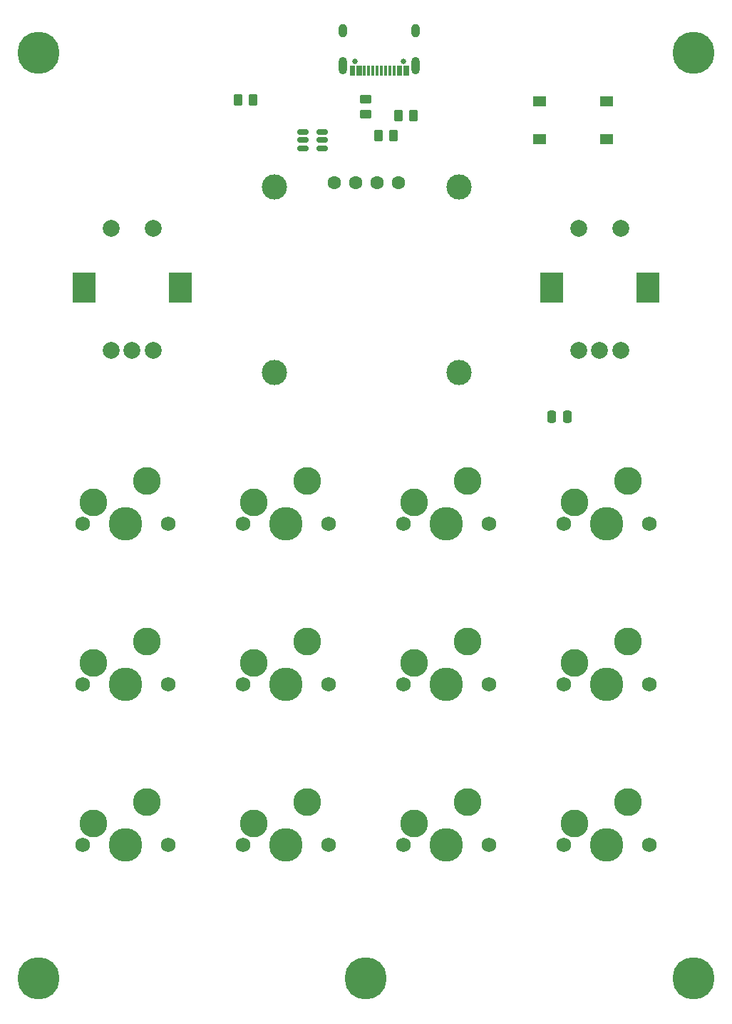
<source format=gbr>
%TF.GenerationSoftware,KiCad,Pcbnew,(6.0.9)*%
%TF.CreationDate,2022-12-04T20:55:25-04:00*%
%TF.ProjectId,pika-board,70696b61-2d62-46f6-9172-642e6b696361,rev?*%
%TF.SameCoordinates,Original*%
%TF.FileFunction,Soldermask,Top*%
%TF.FilePolarity,Negative*%
%FSLAX46Y46*%
G04 Gerber Fmt 4.6, Leading zero omitted, Abs format (unit mm)*
G04 Created by KiCad (PCBNEW (6.0.9)) date 2022-12-04 20:55:25*
%MOMM*%
%LPD*%
G01*
G04 APERTURE LIST*
G04 Aperture macros list*
%AMRoundRect*
0 Rectangle with rounded corners*
0 $1 Rounding radius*
0 $2 $3 $4 $5 $6 $7 $8 $9 X,Y pos of 4 corners*
0 Add a 4 corners polygon primitive as box body*
4,1,4,$2,$3,$4,$5,$6,$7,$8,$9,$2,$3,0*
0 Add four circle primitives for the rounded corners*
1,1,$1+$1,$2,$3*
1,1,$1+$1,$4,$5*
1,1,$1+$1,$6,$7*
1,1,$1+$1,$8,$9*
0 Add four rect primitives between the rounded corners*
20,1,$1+$1,$2,$3,$4,$5,0*
20,1,$1+$1,$4,$5,$6,$7,0*
20,1,$1+$1,$6,$7,$8,$9,0*
20,1,$1+$1,$8,$9,$2,$3,0*%
G04 Aperture macros list end*
%ADD10RoundRect,0.250000X-0.262500X-0.450000X0.262500X-0.450000X0.262500X0.450000X-0.262500X0.450000X0*%
%ADD11RoundRect,0.150000X-0.512500X-0.150000X0.512500X-0.150000X0.512500X0.150000X-0.512500X0.150000X0*%
%ADD12C,2.000000*%
%ADD13R,2.800000X3.600000*%
%ADD14RoundRect,0.250000X0.262500X0.450000X-0.262500X0.450000X-0.262500X-0.450000X0.262500X-0.450000X0*%
%ADD15RoundRect,0.250000X-0.250000X-0.475000X0.250000X-0.475000X0.250000X0.475000X-0.250000X0.475000X0*%
%ADD16C,0.800000*%
%ADD17C,5.000000*%
%ADD18C,3.000000*%
%ADD19C,1.600000*%
%ADD20R,1.550000X1.300000*%
%ADD21RoundRect,0.250000X-0.450000X0.262500X-0.450000X-0.262500X0.450000X-0.262500X0.450000X0.262500X0*%
%ADD22C,0.650000*%
%ADD23R,0.300000X1.150000*%
%ADD24O,1.000000X1.600000*%
%ADD25O,1.000000X2.100000*%
%ADD26C,3.987800*%
%ADD27C,1.750000*%
%ADD28C,3.300000*%
G04 APERTURE END LIST*
D10*
%TO.C,R4*%
X72906250Y-65881250D03*
X74731250Y-65881250D03*
%TD*%
D11*
%TO.C,U1*%
X63950000Y-65463146D03*
X63950000Y-66413146D03*
X63950000Y-67363146D03*
X66225000Y-67363146D03*
X66225000Y-66413146D03*
X66225000Y-65463146D03*
%TD*%
D12*
%TO.C,S2*%
X96718750Y-76887500D03*
X101718750Y-76887500D03*
D13*
X104918750Y-83887500D03*
X93518750Y-83887500D03*
D12*
X96718750Y-91387500D03*
X101718750Y-91387500D03*
X99218750Y-91387500D03*
%TD*%
D14*
%TO.C,R9*%
X58062500Y-61650646D03*
X56237500Y-61650646D03*
%TD*%
D15*
%TO.C,C3*%
X93506250Y-99218750D03*
X95406250Y-99218750D03*
%TD*%
D12*
%TO.C,S1*%
X41156250Y-76887500D03*
X46156250Y-76887500D03*
D13*
X37956250Y-83887500D03*
X49356250Y-83887500D03*
D12*
X41156250Y-91387500D03*
X46156250Y-91387500D03*
X43656250Y-91387500D03*
%TD*%
D16*
%TO.C,H3*%
X109005425Y-164567925D03*
X109005425Y-167219575D03*
X110331250Y-164018750D03*
X111657075Y-164567925D03*
X108456250Y-165893750D03*
X112206250Y-165893750D03*
X111657075Y-167219575D03*
X110331250Y-167768750D03*
D17*
X110331250Y-165893750D03*
%TD*%
D16*
%TO.C,H5*%
X71437500Y-164018750D03*
X70111675Y-167219575D03*
D17*
X71437500Y-165893750D03*
D16*
X72763325Y-164567925D03*
X72763325Y-167219575D03*
X69562500Y-165893750D03*
X71437500Y-167768750D03*
X70111675Y-164567925D03*
X73312500Y-165893750D03*
%TD*%
D18*
%TO.C,U3*%
X82532500Y-71986896D03*
X82532500Y-93986896D03*
X60532500Y-71986896D03*
X60532500Y-93986896D03*
D19*
X67722500Y-71486896D03*
X70262500Y-71486896D03*
X72802500Y-71486896D03*
X75342500Y-71486896D03*
%TD*%
D20*
%TO.C,SW13*%
X92068750Y-61781896D03*
X100018750Y-61781896D03*
X100018750Y-66281896D03*
X92068750Y-66281896D03*
%TD*%
D16*
%TO.C,H1*%
X31217925Y-164567925D03*
X34418750Y-165893750D03*
X30668750Y-165893750D03*
X33869575Y-167219575D03*
X32543750Y-164018750D03*
X33869575Y-164567925D03*
D17*
X32543750Y-165893750D03*
D16*
X32543750Y-167768750D03*
X31217925Y-167219575D03*
%TD*%
%TO.C,H4*%
X109005425Y-54768571D03*
X110331250Y-54219396D03*
X108456250Y-56094396D03*
X111657075Y-54768571D03*
D17*
X110331250Y-56094396D03*
D16*
X111657075Y-57420221D03*
X112206250Y-56094396D03*
X110331250Y-57969396D03*
X109005425Y-57420221D03*
%TD*%
D10*
%TO.C,R8*%
X75287500Y-63500000D03*
X77112500Y-63500000D03*
%TD*%
D21*
%TO.C,R3*%
X71437500Y-61531896D03*
X71437500Y-63356896D03*
%TD*%
D16*
%TO.C,H2*%
X34418750Y-56094396D03*
X32543750Y-57969396D03*
X33869575Y-54768571D03*
X30668750Y-56094396D03*
X33869575Y-57420221D03*
X31217925Y-54768571D03*
X31217925Y-57420221D03*
X32543750Y-54219396D03*
D17*
X32543750Y-56094396D03*
%TD*%
D22*
%TO.C,J1*%
X70135000Y-57111896D03*
X75915000Y-57111896D03*
D23*
X76375000Y-58176896D03*
X75575000Y-58176896D03*
X74275000Y-58176896D03*
X73275000Y-58176896D03*
X72775000Y-58176896D03*
X71775000Y-58176896D03*
X70475000Y-58176896D03*
X69675000Y-58176896D03*
X69975000Y-58176896D03*
X70775000Y-58176896D03*
X71275000Y-58176896D03*
X72275000Y-58176896D03*
X73775000Y-58176896D03*
X74775000Y-58176896D03*
X75275000Y-58176896D03*
X76075000Y-58176896D03*
D24*
X68705000Y-53431896D03*
X77345000Y-53431896D03*
D25*
X77345000Y-57611896D03*
X68705000Y-57611896D03*
%TD*%
D26*
%TO.C,SW11*%
X100012500Y-130968750D03*
D27*
X105092500Y-130968750D03*
X94932500Y-130968750D03*
D28*
X96202500Y-128428750D03*
X102552500Y-125888750D03*
%TD*%
D27*
%TO.C,SW6*%
X66992500Y-150018750D03*
D26*
X61912500Y-150018750D03*
D27*
X56832500Y-150018750D03*
D28*
X58102500Y-147478750D03*
X64452500Y-144938750D03*
%TD*%
D26*
%TO.C,SW2*%
X42862500Y-130968750D03*
D27*
X37782500Y-130968750D03*
X47942500Y-130968750D03*
D28*
X39052500Y-128428750D03*
X45402500Y-125888750D03*
%TD*%
D26*
%TO.C,SW7*%
X80962500Y-111918750D03*
D27*
X86042500Y-111918750D03*
X75882500Y-111918750D03*
D28*
X77152500Y-109378750D03*
X83502500Y-106838750D03*
%TD*%
D27*
%TO.C,SW4*%
X66992500Y-111918750D03*
D26*
X61912500Y-111918750D03*
D27*
X56832500Y-111918750D03*
D28*
X58102500Y-109378750D03*
X64452500Y-106838750D03*
%TD*%
D26*
%TO.C,SW9*%
X80962500Y-150018750D03*
D27*
X86042500Y-150018750D03*
X75882500Y-150018750D03*
D28*
X77152500Y-147478750D03*
X83502500Y-144938750D03*
%TD*%
D27*
%TO.C,SW8*%
X86042500Y-130968750D03*
D26*
X80962500Y-130968750D03*
D27*
X75882500Y-130968750D03*
D28*
X77152500Y-128428750D03*
X83502500Y-125888750D03*
%TD*%
D26*
%TO.C,SW1*%
X42862500Y-111918750D03*
D27*
X37782500Y-111918750D03*
X47942500Y-111918750D03*
D28*
X39052500Y-109378750D03*
X45402500Y-106838750D03*
%TD*%
D27*
%TO.C,SW5*%
X66992500Y-130968750D03*
D26*
X61912500Y-130968750D03*
D27*
X56832500Y-130968750D03*
D28*
X58102500Y-128428750D03*
X64452500Y-125888750D03*
%TD*%
D27*
%TO.C,SW12*%
X94932500Y-150018750D03*
X105092500Y-150018750D03*
D26*
X100012500Y-150018750D03*
D28*
X96202500Y-147478750D03*
X102552500Y-144938750D03*
%TD*%
D26*
%TO.C,SW10*%
X100012500Y-111918750D03*
D27*
X105092500Y-111918750D03*
X94932500Y-111918750D03*
D28*
X96202500Y-109378750D03*
X102552500Y-106838750D03*
%TD*%
D27*
%TO.C,SW3*%
X47942500Y-150018750D03*
X37782500Y-150018750D03*
D26*
X42862500Y-150018750D03*
D28*
X39052500Y-147478750D03*
X45402500Y-144938750D03*
%TD*%
M02*

</source>
